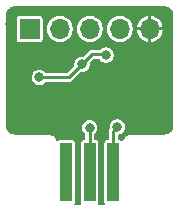
<source format=gbr>
%TF.GenerationSoftware,KiCad,Pcbnew,8.99.0-unknown-079855af18~181~ubuntu22.04.1*%
%TF.CreationDate,2024-11-15T17:57:23-08:00*%
%TF.ProjectId,gb_video_breakout,67625f76-6964-4656-9f5f-627265616b6f,rev?*%
%TF.SameCoordinates,Original*%
%TF.FileFunction,Copper,L2,Bot*%
%TF.FilePolarity,Positive*%
%FSLAX46Y46*%
G04 Gerber Fmt 4.6, Leading zero omitted, Abs format (unit mm)*
G04 Created by KiCad (PCBNEW 8.99.0-unknown-079855af18~181~ubuntu22.04.1) date 2024-11-15 17:57:23*
%MOMM*%
%LPD*%
G01*
G04 APERTURE LIST*
%TA.AperFunction,ComponentPad*%
%ADD10R,1.700000X1.700000*%
%TD*%
%TA.AperFunction,ComponentPad*%
%ADD11O,1.700000X1.700000*%
%TD*%
%TA.AperFunction,ConnectorPad*%
%ADD12R,1.000000X5.000000*%
%TD*%
%TA.AperFunction,ViaPad*%
%ADD13C,0.800000*%
%TD*%
%TA.AperFunction,Conductor*%
%ADD14C,0.250000*%
%TD*%
G04 APERTURE END LIST*
D10*
%TO.P,J1,1,Pin_1*%
%TO.N,+3V3*%
X139425000Y-81850000D03*
D11*
%TO.P,J1,2,Pin_2*%
%TO.N,TX_3V3*%
X141965000Y-81850000D03*
%TO.P,J1,3,Pin_3*%
%TO.N,RX_3V3*%
X144505000Y-81850000D03*
%TO.P,J1,4,Pin_4*%
%TO.N,CLK_3V3*%
X147045000Y-81850000D03*
%TO.P,J1,5,Pin_5*%
%TO.N,GND*%
X149585000Y-81850000D03*
%TD*%
D12*
%TO.P,GB1,1,VDD35*%
%TO.N,unconnected-(GB1-VDD35-Pad1)*%
X142500000Y-94000000D03*
%TO.P,GB1,3,SI*%
%TO.N,RX_5V*%
X144500000Y-94000000D03*
%TO.P,GB1,5,SC*%
%TO.N,CLK_5V*%
X146500000Y-94000000D03*
%TD*%
D13*
%TO.N,+3V3*%
X145881241Y-84052445D03*
X140250000Y-85950000D03*
%TO.N,GND*%
X151100000Y-80550000D03*
X148450000Y-80500000D03*
X145700000Y-80450000D03*
X143350000Y-80450000D03*
X140850000Y-80550000D03*
X137800000Y-81400000D03*
X137950000Y-83250000D03*
X151000000Y-82900000D03*
X148850000Y-83400000D03*
X146900000Y-83400000D03*
X140850000Y-83200000D03*
X143300000Y-83000000D03*
X140250000Y-87850000D03*
X140700000Y-90350000D03*
X148550000Y-90150000D03*
X148600000Y-86750000D03*
X148600000Y-88550000D03*
%TO.N,+3V3*%
X143850000Y-84850000D03*
%TO.N,CLK_5V*%
X146850000Y-90150000D03*
%TO.N,RX_5V*%
X144500000Y-90200000D03*
%TD*%
D14*
%TO.N,RX_5V*%
X144500000Y-90200000D02*
X144500000Y-94000000D01*
%TO.N,CLK_5V*%
X146850000Y-90150000D02*
X146500000Y-90500000D01*
X146500000Y-90500000D02*
X146500000Y-94000000D01*
%TO.N,+3V3*%
X142750000Y-85950000D02*
X143850000Y-84850000D01*
X140250000Y-85950000D02*
X142750000Y-85950000D01*
X145828796Y-84000000D02*
X144700000Y-84000000D01*
X145881241Y-84052445D02*
X145828796Y-84000000D01*
X144700000Y-84000000D02*
X143850000Y-84850000D01*
%TD*%
%TA.AperFunction,Conductor*%
%TO.N,GND*%
G36*
X150806061Y-79901097D02*
G01*
X150816051Y-79902080D01*
X150943824Y-79914665D01*
X150967652Y-79919404D01*
X151094277Y-79957815D01*
X151116725Y-79967114D01*
X151233406Y-80029482D01*
X151253616Y-80042986D01*
X151355891Y-80126920D01*
X151373079Y-80144108D01*
X151457012Y-80246381D01*
X151470517Y-80266593D01*
X151532883Y-80383271D01*
X151542186Y-80405728D01*
X151580593Y-80532338D01*
X151585335Y-80556180D01*
X151598903Y-80693938D01*
X151599500Y-80706092D01*
X151599500Y-89993907D01*
X151598903Y-90006060D01*
X151598903Y-90006061D01*
X151585335Y-90143819D01*
X151580593Y-90167661D01*
X151542186Y-90294271D01*
X151532883Y-90316728D01*
X151470517Y-90433406D01*
X151457012Y-90453618D01*
X151373079Y-90555891D01*
X151355891Y-90573079D01*
X151253618Y-90657012D01*
X151233406Y-90670517D01*
X151116728Y-90732883D01*
X151094271Y-90742186D01*
X150967661Y-90780593D01*
X150943819Y-90785335D01*
X150806062Y-90798903D01*
X150793908Y-90799500D01*
X147931005Y-90799500D01*
X147795677Y-90826418D01*
X147795667Y-90826421D01*
X147668195Y-90879221D01*
X147668182Y-90879228D01*
X147553458Y-90955885D01*
X147553454Y-90955888D01*
X147455888Y-91053454D01*
X147455885Y-91053458D01*
X147379228Y-91168182D01*
X147379225Y-91168188D01*
X147344933Y-91250976D01*
X147301091Y-91305379D01*
X147234797Y-91327443D01*
X147190673Y-91320995D01*
X147175126Y-91315741D01*
X147097740Y-91264034D01*
X147024674Y-91249500D01*
X146979115Y-91249500D01*
X146959801Y-91242973D01*
X146947211Y-91234146D01*
X146932461Y-91229815D01*
X146919189Y-91214499D01*
X146902592Y-91202862D01*
X146896773Y-91188628D01*
X146886706Y-91177011D01*
X146880658Y-91149214D01*
X146876151Y-91138188D01*
X146877120Y-91132950D01*
X146875500Y-91125500D01*
X146875500Y-90909935D01*
X146895185Y-90842896D01*
X146947989Y-90797141D01*
X146975298Y-90788320D01*
X147039744Y-90775501D01*
X147158127Y-90726465D01*
X147264669Y-90655276D01*
X147355276Y-90564669D01*
X147426465Y-90458127D01*
X147475501Y-90339744D01*
X147490554Y-90264069D01*
X147500500Y-90214071D01*
X147500500Y-90085928D01*
X147475502Y-89960261D01*
X147475501Y-89960260D01*
X147475501Y-89960256D01*
X147426465Y-89841873D01*
X147426464Y-89841872D01*
X147426461Y-89841866D01*
X147355276Y-89735331D01*
X147355273Y-89735327D01*
X147264672Y-89644726D01*
X147264668Y-89644723D01*
X147158133Y-89573538D01*
X147158124Y-89573533D01*
X147039744Y-89524499D01*
X147039738Y-89524497D01*
X146914071Y-89499500D01*
X146914069Y-89499500D01*
X146785931Y-89499500D01*
X146785929Y-89499500D01*
X146660261Y-89524497D01*
X146660255Y-89524499D01*
X146541875Y-89573533D01*
X146541866Y-89573538D01*
X146435331Y-89644723D01*
X146435327Y-89644726D01*
X146344726Y-89735327D01*
X146344723Y-89735331D01*
X146273538Y-89841866D01*
X146273533Y-89841875D01*
X146224499Y-89960255D01*
X146224497Y-89960261D01*
X146199500Y-90085928D01*
X146199500Y-90214070D01*
X146200097Y-90220132D01*
X146197627Y-90220375D01*
X146192351Y-90279137D01*
X146184363Y-90295699D01*
X146150090Y-90355061D01*
X146150090Y-90355062D01*
X146124500Y-90450565D01*
X146124500Y-90450567D01*
X146124500Y-91125500D01*
X146104815Y-91192539D01*
X146052011Y-91238294D01*
X146000500Y-91249500D01*
X145975323Y-91249500D01*
X145902264Y-91264032D01*
X145902260Y-91264033D01*
X145819399Y-91319399D01*
X145764033Y-91402260D01*
X145764032Y-91402264D01*
X145749500Y-91475321D01*
X145749500Y-96524678D01*
X145764032Y-96597735D01*
X145764035Y-96597743D01*
X145769960Y-96606610D01*
X145790838Y-96673287D01*
X145772353Y-96740667D01*
X145720374Y-96787357D01*
X145666858Y-96799500D01*
X145333142Y-96799500D01*
X145266103Y-96779815D01*
X145220348Y-96727011D01*
X145210404Y-96657853D01*
X145230040Y-96606610D01*
X145235964Y-96597743D01*
X145235964Y-96597742D01*
X145235966Y-96597740D01*
X145250500Y-96524674D01*
X145250500Y-91475326D01*
X145250500Y-91475323D01*
X145250499Y-91475321D01*
X145235967Y-91402264D01*
X145235966Y-91402260D01*
X145180601Y-91319399D01*
X145097740Y-91264034D01*
X145097739Y-91264033D01*
X145097735Y-91264032D01*
X145024677Y-91249500D01*
X145024674Y-91249500D01*
X144999500Y-91249500D01*
X144932461Y-91229815D01*
X144886706Y-91177011D01*
X144875500Y-91125500D01*
X144875500Y-90795807D01*
X144895185Y-90728768D01*
X144911819Y-90708125D01*
X144914665Y-90705278D01*
X144914669Y-90705276D01*
X145005276Y-90614669D01*
X145076465Y-90508127D01*
X145125501Y-90389744D01*
X145144208Y-90295699D01*
X145150500Y-90264071D01*
X145150500Y-90135928D01*
X145125502Y-90010261D01*
X145125501Y-90010260D01*
X145125501Y-90010256D01*
X145076465Y-89891873D01*
X145076464Y-89891872D01*
X145076461Y-89891866D01*
X145005276Y-89785331D01*
X145005273Y-89785327D01*
X144914672Y-89694726D01*
X144914668Y-89694723D01*
X144808133Y-89623538D01*
X144808124Y-89623533D01*
X144689744Y-89574499D01*
X144689738Y-89574497D01*
X144564071Y-89549500D01*
X144564069Y-89549500D01*
X144435931Y-89549500D01*
X144435929Y-89549500D01*
X144310261Y-89574497D01*
X144310255Y-89574499D01*
X144191875Y-89623533D01*
X144191866Y-89623538D01*
X144085331Y-89694723D01*
X144085327Y-89694726D01*
X143994726Y-89785327D01*
X143994723Y-89785331D01*
X143923538Y-89891866D01*
X143923533Y-89891875D01*
X143874499Y-90010255D01*
X143874497Y-90010261D01*
X143849500Y-90135928D01*
X143849500Y-90135931D01*
X143849500Y-90264069D01*
X143849500Y-90264071D01*
X143849499Y-90264071D01*
X143874497Y-90389738D01*
X143874499Y-90389744D01*
X143923533Y-90508124D01*
X143923538Y-90508133D01*
X143994722Y-90614667D01*
X143994723Y-90614668D01*
X143994724Y-90614669D01*
X144085331Y-90705276D01*
X144085333Y-90705277D01*
X144088181Y-90708125D01*
X144121666Y-90769448D01*
X144124500Y-90795807D01*
X144124500Y-91125500D01*
X144104815Y-91192539D01*
X144052011Y-91238294D01*
X144000500Y-91249500D01*
X143975323Y-91249500D01*
X143902264Y-91264032D01*
X143902260Y-91264033D01*
X143819399Y-91319399D01*
X143764033Y-91402260D01*
X143764032Y-91402264D01*
X143749500Y-91475321D01*
X143749500Y-96524678D01*
X143764032Y-96597735D01*
X143764035Y-96597743D01*
X143769960Y-96606610D01*
X143790838Y-96673287D01*
X143772353Y-96740667D01*
X143720374Y-96787357D01*
X143666858Y-96799500D01*
X143333142Y-96799500D01*
X143266103Y-96779815D01*
X143220348Y-96727011D01*
X143210404Y-96657853D01*
X143230040Y-96606610D01*
X143235964Y-96597743D01*
X143235964Y-96597742D01*
X143235966Y-96597740D01*
X143250500Y-96524674D01*
X143250500Y-91475326D01*
X143250500Y-91475323D01*
X143250499Y-91475321D01*
X143235967Y-91402264D01*
X143235966Y-91402260D01*
X143180601Y-91319399D01*
X143097740Y-91264034D01*
X143097739Y-91264033D01*
X143097735Y-91264032D01*
X143024677Y-91249500D01*
X143024674Y-91249500D01*
X141975326Y-91249500D01*
X141975323Y-91249500D01*
X141902264Y-91264032D01*
X141902260Y-91264033D01*
X141838517Y-91306625D01*
X141771839Y-91327502D01*
X141704459Y-91309017D01*
X141657769Y-91257037D01*
X141655066Y-91250974D01*
X141620778Y-91168195D01*
X141620771Y-91168182D01*
X141544114Y-91053458D01*
X141544111Y-91053454D01*
X141446545Y-90955888D01*
X141446541Y-90955885D01*
X141331817Y-90879228D01*
X141331804Y-90879221D01*
X141204332Y-90826421D01*
X141204322Y-90826418D01*
X141068995Y-90799500D01*
X141068993Y-90799500D01*
X141039882Y-90799500D01*
X138206092Y-90799500D01*
X138193938Y-90798903D01*
X138056180Y-90785335D01*
X138032340Y-90780593D01*
X137905728Y-90742186D01*
X137883271Y-90732883D01*
X137766593Y-90670517D01*
X137746381Y-90657012D01*
X137644108Y-90573079D01*
X137626920Y-90555891D01*
X137587719Y-90508124D01*
X137542986Y-90453616D01*
X137529482Y-90433406D01*
X137487606Y-90355061D01*
X137467114Y-90316725D01*
X137457815Y-90294277D01*
X137419404Y-90167652D01*
X137414665Y-90143824D01*
X137401097Y-90006060D01*
X137400500Y-89993907D01*
X137400500Y-86014071D01*
X139599499Y-86014071D01*
X139624497Y-86139738D01*
X139624499Y-86139744D01*
X139673533Y-86258124D01*
X139673538Y-86258133D01*
X139744723Y-86364668D01*
X139744726Y-86364672D01*
X139835327Y-86455273D01*
X139835331Y-86455276D01*
X139941866Y-86526461D01*
X139941872Y-86526464D01*
X139941873Y-86526465D01*
X140060256Y-86575501D01*
X140060260Y-86575501D01*
X140060261Y-86575502D01*
X140185928Y-86600500D01*
X140185931Y-86600500D01*
X140314071Y-86600500D01*
X140398615Y-86583682D01*
X140439744Y-86575501D01*
X140558127Y-86526465D01*
X140664669Y-86455276D01*
X140664672Y-86455273D01*
X140758127Y-86361819D01*
X140819450Y-86328334D01*
X140845808Y-86325500D01*
X142799434Y-86325500D01*
X142799436Y-86325500D01*
X142845684Y-86313107D01*
X142855458Y-86310489D01*
X142868617Y-86306962D01*
X142894938Y-86299910D01*
X142980562Y-86250475D01*
X143050475Y-86180562D01*
X143694217Y-85536818D01*
X143755540Y-85503334D01*
X143781898Y-85500500D01*
X143914071Y-85500500D01*
X143998615Y-85483682D01*
X144039744Y-85475501D01*
X144158127Y-85426465D01*
X144264669Y-85355276D01*
X144355276Y-85264669D01*
X144426465Y-85158127D01*
X144475501Y-85039744D01*
X144486363Y-84985139D01*
X144500500Y-84914071D01*
X144500500Y-84781898D01*
X144520185Y-84714859D01*
X144536819Y-84694217D01*
X144819218Y-84411819D01*
X144880541Y-84378334D01*
X144906899Y-84375500D01*
X145248471Y-84375500D01*
X145315510Y-84395185D01*
X145351573Y-84430610D01*
X145375961Y-84467109D01*
X145375967Y-84467117D01*
X145466568Y-84557718D01*
X145466572Y-84557721D01*
X145573107Y-84628906D01*
X145573113Y-84628909D01*
X145573114Y-84628910D01*
X145691497Y-84677946D01*
X145691501Y-84677946D01*
X145691502Y-84677947D01*
X145817169Y-84702945D01*
X145817172Y-84702945D01*
X145945312Y-84702945D01*
X146029856Y-84686127D01*
X146070985Y-84677946D01*
X146189368Y-84628910D01*
X146295910Y-84557721D01*
X146386517Y-84467114D01*
X146457706Y-84360572D01*
X146506742Y-84242189D01*
X146531741Y-84116514D01*
X146531741Y-83988376D01*
X146531741Y-83988373D01*
X146506743Y-83862706D01*
X146506742Y-83862705D01*
X146506742Y-83862701D01*
X146457706Y-83744318D01*
X146457705Y-83744317D01*
X146457702Y-83744311D01*
X146386517Y-83637776D01*
X146386514Y-83637772D01*
X146295913Y-83547171D01*
X146295909Y-83547168D01*
X146189374Y-83475983D01*
X146189365Y-83475978D01*
X146070985Y-83426944D01*
X146070979Y-83426942D01*
X145945312Y-83401945D01*
X145945310Y-83401945D01*
X145817172Y-83401945D01*
X145817170Y-83401945D01*
X145691502Y-83426942D01*
X145691496Y-83426944D01*
X145573116Y-83475978D01*
X145573107Y-83475983D01*
X145466572Y-83547168D01*
X145466568Y-83547171D01*
X145425561Y-83588180D01*
X145364238Y-83621666D01*
X145337879Y-83624500D01*
X144650564Y-83624500D01*
X144555061Y-83650089D01*
X144469438Y-83699525D01*
X144469435Y-83699527D01*
X144005781Y-84163181D01*
X143944458Y-84196666D01*
X143918100Y-84199500D01*
X143785929Y-84199500D01*
X143660261Y-84224497D01*
X143660255Y-84224499D01*
X143541875Y-84273533D01*
X143541866Y-84273538D01*
X143435331Y-84344723D01*
X143435327Y-84344726D01*
X143344726Y-84435327D01*
X143344723Y-84435331D01*
X143273538Y-84541866D01*
X143273533Y-84541875D01*
X143224499Y-84660255D01*
X143224497Y-84660261D01*
X143199500Y-84785928D01*
X143199500Y-84918100D01*
X143179815Y-84985139D01*
X143163181Y-85005781D01*
X142630782Y-85538181D01*
X142569459Y-85571666D01*
X142543101Y-85574500D01*
X140845808Y-85574500D01*
X140778769Y-85554815D01*
X140758127Y-85538181D01*
X140664672Y-85444726D01*
X140664668Y-85444723D01*
X140558133Y-85373538D01*
X140558124Y-85373533D01*
X140439744Y-85324499D01*
X140439738Y-85324497D01*
X140314071Y-85299500D01*
X140314069Y-85299500D01*
X140185931Y-85299500D01*
X140185929Y-85299500D01*
X140060261Y-85324497D01*
X140060255Y-85324499D01*
X139941875Y-85373533D01*
X139941866Y-85373538D01*
X139835331Y-85444723D01*
X139835327Y-85444726D01*
X139744726Y-85535327D01*
X139744723Y-85535331D01*
X139673538Y-85641866D01*
X139673533Y-85641875D01*
X139624499Y-85760255D01*
X139624497Y-85760261D01*
X139599500Y-85885928D01*
X139599500Y-85885931D01*
X139599500Y-86014069D01*
X139599500Y-86014071D01*
X139599499Y-86014071D01*
X137400500Y-86014071D01*
X137400500Y-80975321D01*
X138324500Y-80975321D01*
X138324500Y-82724678D01*
X138339032Y-82797735D01*
X138339033Y-82797739D01*
X138339034Y-82797740D01*
X138394399Y-82880601D01*
X138477260Y-82935966D01*
X138477264Y-82935967D01*
X138550321Y-82950499D01*
X138550324Y-82950500D01*
X138550326Y-82950500D01*
X140299676Y-82950500D01*
X140299677Y-82950499D01*
X140372740Y-82935966D01*
X140455601Y-82880601D01*
X140510966Y-82797740D01*
X140525500Y-82724674D01*
X140525500Y-81763389D01*
X140864500Y-81763389D01*
X140864500Y-81936610D01*
X140891579Y-82107585D01*
X140891598Y-82107701D01*
X140945127Y-82272445D01*
X141023768Y-82426788D01*
X141125586Y-82566928D01*
X141248072Y-82689414D01*
X141388212Y-82791232D01*
X141542555Y-82869873D01*
X141707299Y-82923402D01*
X141878389Y-82950500D01*
X141878390Y-82950500D01*
X142051610Y-82950500D01*
X142051611Y-82950500D01*
X142222701Y-82923402D01*
X142387445Y-82869873D01*
X142541788Y-82791232D01*
X142681928Y-82689414D01*
X142804414Y-82566928D01*
X142906232Y-82426788D01*
X142984873Y-82272445D01*
X143038402Y-82107701D01*
X143065500Y-81936611D01*
X143065500Y-81763389D01*
X143404500Y-81763389D01*
X143404500Y-81936610D01*
X143431579Y-82107585D01*
X143431598Y-82107701D01*
X143485127Y-82272445D01*
X143563768Y-82426788D01*
X143665586Y-82566928D01*
X143788072Y-82689414D01*
X143928212Y-82791232D01*
X144082555Y-82869873D01*
X144247299Y-82923402D01*
X144418389Y-82950500D01*
X144418390Y-82950500D01*
X144591610Y-82950500D01*
X144591611Y-82950500D01*
X144762701Y-82923402D01*
X144927445Y-82869873D01*
X145081788Y-82791232D01*
X145221928Y-82689414D01*
X145344414Y-82566928D01*
X145446232Y-82426788D01*
X145524873Y-82272445D01*
X145578402Y-82107701D01*
X145605500Y-81936611D01*
X145605500Y-81763389D01*
X145944500Y-81763389D01*
X145944500Y-81936610D01*
X145971579Y-82107585D01*
X145971598Y-82107701D01*
X146025127Y-82272445D01*
X146103768Y-82426788D01*
X146205586Y-82566928D01*
X146328072Y-82689414D01*
X146468212Y-82791232D01*
X146622555Y-82869873D01*
X146787299Y-82923402D01*
X146958389Y-82950500D01*
X146958390Y-82950500D01*
X147131610Y-82950500D01*
X147131611Y-82950500D01*
X147302701Y-82923402D01*
X147467445Y-82869873D01*
X147621788Y-82791232D01*
X147761928Y-82689414D01*
X147884414Y-82566928D01*
X147986232Y-82426788D01*
X148064873Y-82272445D01*
X148118402Y-82107701D01*
X148145500Y-81936611D01*
X148145500Y-81763389D01*
X148139420Y-81725000D01*
X148491086Y-81725000D01*
X149100856Y-81725000D01*
X149085000Y-81784174D01*
X149085000Y-81915826D01*
X149100856Y-81975000D01*
X148491086Y-81975000D01*
X148512086Y-82107585D01*
X148565591Y-82272257D01*
X148644195Y-82426524D01*
X148745967Y-82566602D01*
X148868397Y-82689032D01*
X149008475Y-82790804D01*
X149162744Y-82869408D01*
X149327415Y-82922913D01*
X149460000Y-82943913D01*
X149460000Y-82334144D01*
X149519174Y-82350000D01*
X149650826Y-82350000D01*
X149710000Y-82334144D01*
X149710000Y-82943912D01*
X149842584Y-82922913D01*
X150007255Y-82869408D01*
X150161524Y-82790804D01*
X150301602Y-82689032D01*
X150424032Y-82566602D01*
X150525804Y-82426524D01*
X150604408Y-82272257D01*
X150657913Y-82107585D01*
X150678914Y-81975000D01*
X150069144Y-81975000D01*
X150085000Y-81915826D01*
X150085000Y-81784174D01*
X150069144Y-81725000D01*
X150678914Y-81725000D01*
X150657913Y-81592414D01*
X150604408Y-81427742D01*
X150525804Y-81273475D01*
X150424032Y-81133397D01*
X150301602Y-81010967D01*
X150161524Y-80909195D01*
X150007257Y-80830591D01*
X149842585Y-80777086D01*
X149710000Y-80756086D01*
X149710000Y-81365855D01*
X149650826Y-81350000D01*
X149519174Y-81350000D01*
X149460000Y-81365855D01*
X149460000Y-80756086D01*
X149327414Y-80777086D01*
X149162742Y-80830591D01*
X149008475Y-80909195D01*
X148868397Y-81010967D01*
X148745967Y-81133397D01*
X148644195Y-81273475D01*
X148565591Y-81427742D01*
X148512086Y-81592414D01*
X148491086Y-81725000D01*
X148139420Y-81725000D01*
X148118402Y-81592299D01*
X148064873Y-81427555D01*
X147986232Y-81273212D01*
X147884414Y-81133072D01*
X147761928Y-81010586D01*
X147621788Y-80908768D01*
X147467445Y-80830127D01*
X147302701Y-80776598D01*
X147302699Y-80776597D01*
X147302698Y-80776597D01*
X147171271Y-80755781D01*
X147131611Y-80749500D01*
X146958389Y-80749500D01*
X146918728Y-80755781D01*
X146787302Y-80776597D01*
X146622552Y-80830128D01*
X146468211Y-80908768D01*
X146388256Y-80966859D01*
X146328072Y-81010586D01*
X146328070Y-81010588D01*
X146328069Y-81010588D01*
X146205588Y-81133069D01*
X146205588Y-81133070D01*
X146205586Y-81133072D01*
X146205350Y-81133397D01*
X146103768Y-81273211D01*
X146025128Y-81427552D01*
X145971597Y-81592302D01*
X145944500Y-81763389D01*
X145605500Y-81763389D01*
X145578402Y-81592299D01*
X145524873Y-81427555D01*
X145446232Y-81273212D01*
X145344414Y-81133072D01*
X145221928Y-81010586D01*
X145081788Y-80908768D01*
X144927445Y-80830127D01*
X144762701Y-80776598D01*
X144762699Y-80776597D01*
X144762698Y-80776597D01*
X144631271Y-80755781D01*
X144591611Y-80749500D01*
X144418389Y-80749500D01*
X144378728Y-80755781D01*
X144247302Y-80776597D01*
X144082552Y-80830128D01*
X143928211Y-80908768D01*
X143848256Y-80966859D01*
X143788072Y-81010586D01*
X143788070Y-81010588D01*
X143788069Y-81010588D01*
X143665588Y-81133069D01*
X143665588Y-81133070D01*
X143665586Y-81133072D01*
X143665350Y-81133397D01*
X143563768Y-81273211D01*
X143485128Y-81427552D01*
X143431597Y-81592302D01*
X143404500Y-81763389D01*
X143065500Y-81763389D01*
X143038402Y-81592299D01*
X142984873Y-81427555D01*
X142906232Y-81273212D01*
X142804414Y-81133072D01*
X142681928Y-81010586D01*
X142541788Y-80908768D01*
X142387445Y-80830127D01*
X142222701Y-80776598D01*
X142222699Y-80776597D01*
X142222698Y-80776597D01*
X142091271Y-80755781D01*
X142051611Y-80749500D01*
X141878389Y-80749500D01*
X141838728Y-80755781D01*
X141707302Y-80776597D01*
X141542552Y-80830128D01*
X141388211Y-80908768D01*
X141308256Y-80966859D01*
X141248072Y-81010586D01*
X141248070Y-81010588D01*
X141248069Y-81010588D01*
X141125588Y-81133069D01*
X141125588Y-81133070D01*
X141125586Y-81133072D01*
X141125350Y-81133397D01*
X141023768Y-81273211D01*
X140945128Y-81427552D01*
X140891597Y-81592302D01*
X140864500Y-81763389D01*
X140525500Y-81763389D01*
X140525500Y-80975326D01*
X140525500Y-80975323D01*
X140525499Y-80975321D01*
X140510967Y-80902264D01*
X140510966Y-80902260D01*
X140455601Y-80819399D01*
X140372740Y-80764034D01*
X140372739Y-80764033D01*
X140372735Y-80764032D01*
X140299677Y-80749500D01*
X140299674Y-80749500D01*
X138550326Y-80749500D01*
X138550323Y-80749500D01*
X138477264Y-80764032D01*
X138477260Y-80764033D01*
X138394399Y-80819399D01*
X138339033Y-80902260D01*
X138339032Y-80902264D01*
X138324500Y-80975321D01*
X137400500Y-80975321D01*
X137400500Y-80706092D01*
X137401097Y-80693939D01*
X137409805Y-80605519D01*
X137414665Y-80556171D01*
X137419403Y-80532349D01*
X137457816Y-80405719D01*
X137467113Y-80383278D01*
X137529485Y-80266587D01*
X137542982Y-80246387D01*
X137626924Y-80144103D01*
X137644103Y-80126924D01*
X137746387Y-80042982D01*
X137766587Y-80029485D01*
X137883278Y-79967113D01*
X137905719Y-79957816D01*
X138032349Y-79919403D01*
X138056173Y-79914665D01*
X138185170Y-79901960D01*
X138193939Y-79901097D01*
X138206092Y-79900500D01*
X138239882Y-79900500D01*
X150760118Y-79900500D01*
X150793908Y-79900500D01*
X150806061Y-79901097D01*
G37*
%TD.AperFunction*%
%TD*%
M02*

</source>
